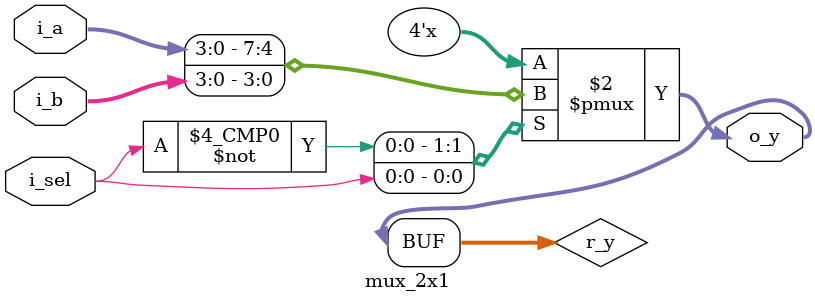
<source format=v>
`timescale 1ns / 1ps


module mux_2x1(
        input [3:0] i_a, i_b,
        input i_sel,
        output [3:0] o_y
    );

    reg [3:0] r_y;
    assign o_y = r_y;

    always @(*) begin
        case (i_sel)
            1'b0 : r_y <= i_a;
            1'b1 : r_y <= i_b;
        endcase
    end
endmodule

</source>
